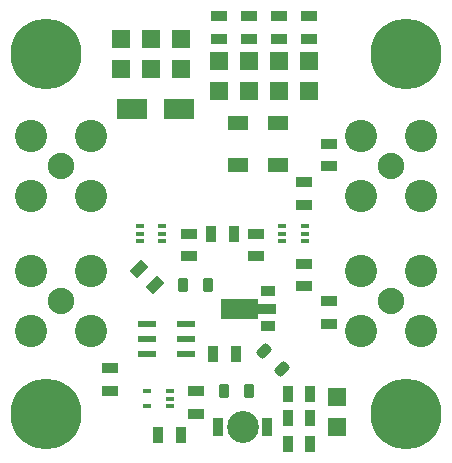
<source format=gbr>
%TF.GenerationSoftware,KiCad,Pcbnew,7.0.5.1-1-g8f565ef7f0-dirty-deb11*%
%TF.CreationDate,2023-07-06T01:27:55+00:00*%
%TF.ProjectId,RFSWITCH01,52465357-4954-4434-9830-312e6b696361,rev?*%
%TF.SameCoordinates,Original*%
%TF.FileFunction,Soldermask,Bot*%
%TF.FilePolarity,Negative*%
%FSLAX46Y46*%
G04 Gerber Fmt 4.6, Leading zero omitted, Abs format (unit mm)*
G04 Created by KiCad (PCBNEW 7.0.5.1-1-g8f565ef7f0-dirty-deb11) date 2023-07-06 01:27:55*
%MOMM*%
%LPD*%
G01*
G04 APERTURE LIST*
G04 Aperture macros list*
%AMRoundRect*
0 Rectangle with rounded corners*
0 $1 Rounding radius*
0 $2 $3 $4 $5 $6 $7 $8 $9 X,Y pos of 4 corners*
0 Add a 4 corners polygon primitive as box body*
4,1,4,$2,$3,$4,$5,$6,$7,$8,$9,$2,$3,0*
0 Add four circle primitives for the rounded corners*
1,1,$1+$1,$2,$3*
1,1,$1+$1,$4,$5*
1,1,$1+$1,$6,$7*
1,1,$1+$1,$8,$9*
0 Add four rect primitives between the rounded corners*
20,1,$1+$1,$2,$3,$4,$5,0*
20,1,$1+$1,$4,$5,$6,$7,0*
20,1,$1+$1,$6,$7,$8,$9,0*
20,1,$1+$1,$8,$9,$2,$3,0*%
%AMRotRect*
0 Rectangle, with rotation*
0 The origin of the aperture is its center*
0 $1 length*
0 $2 width*
0 $3 Rotation angle, in degrees counterclockwise*
0 Add horizontal line*
21,1,$1,$2,0,0,$3*%
%AMFreePoly0*
4,1,9,3.862500,-0.866500,0.737500,-0.866500,0.737500,-0.450000,-0.737500,-0.450000,-0.737500,0.450000,0.737500,0.450000,0.737500,0.866500,3.862500,0.866500,3.862500,-0.866500,3.862500,-0.866500,$1*%
G04 Aperture macros list end*
%ADD10R,1.524000X1.524000*%
%ADD11C,2.240000*%
%ADD12C,2.740000*%
%ADD13C,6.000000*%
%ADD14R,1.397000X0.889000*%
%ADD15R,2.500000X1.800000*%
%ADD16R,0.650000X0.400000*%
%ADD17R,1.300000X0.900000*%
%ADD18FreePoly0,180.000000*%
%ADD19R,1.700000X1.300000*%
%ADD20C,2.700000*%
%ADD21R,0.950000X1.500000*%
%ADD22R,0.889000X1.397000*%
%ADD23RoundRect,0.218750X0.424264X0.114905X0.114905X0.424264X-0.424264X-0.114905X-0.114905X-0.424264X0*%
%ADD24RoundRect,0.218750X-0.218750X-0.381250X0.218750X-0.381250X0.218750X0.381250X-0.218750X0.381250X0*%
%ADD25RotRect,0.889000X1.397000X135.000000*%
%ADD26R,1.500000X0.600000*%
%ADD27RoundRect,0.218750X0.218750X0.381250X-0.218750X0.381250X-0.218750X-0.381250X0.218750X-0.381250X0*%
G04 APERTURE END LIST*
D10*
%TO.C,J9*%
X153810000Y-80480000D03*
X153810000Y-77940000D03*
%TD*%
%TO.C,J5*%
X161430000Y-80480000D03*
X161430000Y-77940000D03*
%TD*%
%TO.C,J4*%
X158890000Y-80480000D03*
X158890000Y-77940000D03*
%TD*%
%TO.C,J6*%
X163843000Y-108928000D03*
X163843000Y-106388000D03*
%TD*%
D11*
%TO.C,J8*%
X168415000Y-98260000D03*
D12*
X165875000Y-95720000D03*
X165875000Y-100800000D03*
X170955000Y-95720000D03*
X170955000Y-100800000D03*
%TD*%
D13*
%TO.C,M3*%
X139205000Y-77305000D03*
%TD*%
D10*
%TO.C,J1*%
X145555000Y-78575000D03*
X145555000Y-76035000D03*
X148095000Y-78575000D03*
X148095000Y-76035000D03*
X150635000Y-78575000D03*
X150635000Y-76035000D03*
%TD*%
D13*
%TO.C,M4*%
X169685000Y-107785000D03*
%TD*%
D10*
%TO.C,J10*%
X156350000Y-80480000D03*
X156350000Y-77940000D03*
%TD*%
D11*
%TO.C,J2*%
X140475000Y-86830000D03*
D12*
X137935000Y-84290000D03*
X137935000Y-89370000D03*
X143015000Y-84290000D03*
X143015000Y-89370000D03*
%TD*%
D13*
%TO.C,M1*%
X169685000Y-77305000D03*
%TD*%
D11*
%TO.C,J7*%
X168415000Y-86830000D03*
D12*
X165875000Y-84290000D03*
X165875000Y-89370000D03*
X170955000Y-84290000D03*
X170955000Y-89370000D03*
%TD*%
D11*
%TO.C,J3*%
X140475000Y-98260000D03*
D12*
X137935000Y-95720000D03*
X137935000Y-100800000D03*
X143015000Y-95720000D03*
X143015000Y-100800000D03*
%TD*%
D13*
%TO.C,M2*%
X139205000Y-107785000D03*
%TD*%
D14*
%TO.C,L5*%
X163184595Y-100165000D03*
X163184595Y-98260000D03*
%TD*%
%TO.C,R5*%
X153810000Y-76035000D03*
X153810000Y-74130000D03*
%TD*%
D15*
%TO.C,D1*%
X146463300Y-81980673D03*
X150463300Y-81980673D03*
%TD*%
D16*
%TO.C,U4*%
X147145000Y-93195000D03*
X147145000Y-92545000D03*
X147145000Y-91895000D03*
X149045000Y-91895000D03*
X149045000Y-92545000D03*
X149045000Y-93195000D03*
%TD*%
D14*
%TO.C,C10*%
X156985000Y-92545000D03*
X156985000Y-94450000D03*
%TD*%
%TO.C,R3*%
X161430000Y-74130000D03*
X161430000Y-76035000D03*
%TD*%
D17*
%TO.C,U3*%
X158000000Y-97395000D03*
D18*
X157912500Y-98895000D03*
D17*
X158000000Y-100395000D03*
%TD*%
D14*
%TO.C,C1*%
X144640600Y-105841900D03*
X144640600Y-103936900D03*
%TD*%
D19*
%TO.C,D3*%
X155461000Y-83203000D03*
X155461000Y-86703000D03*
%TD*%
D16*
%TO.C,U1*%
X149680000Y-105865000D03*
X149680000Y-106515000D03*
X149680000Y-107165000D03*
X147780000Y-107165000D03*
X147780000Y-105865000D03*
%TD*%
D20*
%TO.C,D4*%
X155842000Y-108928000D03*
D21*
X157917000Y-108928000D03*
X153767000Y-108928000D03*
%TD*%
D14*
%TO.C,C9*%
X151270000Y-92545000D03*
X151270000Y-94450000D03*
%TD*%
D22*
%TO.C,C4*%
X159652000Y-106134000D03*
X161557000Y-106134000D03*
%TD*%
D23*
%TO.C,L2*%
X159158701Y-104017809D03*
X157656099Y-102515207D03*
%TD*%
D14*
%TO.C,C2*%
X151905000Y-105880000D03*
X151905000Y-107785000D03*
%TD*%
%TO.C,C6*%
X161054992Y-90075829D03*
X161054992Y-88170829D03*
%TD*%
%TO.C,L4*%
X163171639Y-84925000D03*
X163171639Y-86830000D03*
%TD*%
D24*
%TO.C,L1*%
X154225000Y-105880000D03*
X156350000Y-105880000D03*
%TD*%
D14*
%TO.C,R4*%
X156350000Y-74130000D03*
X156350000Y-76035000D03*
%TD*%
D25*
%TO.C,C8*%
X148412919Y-96876119D03*
X147065881Y-95529081D03*
%TD*%
D26*
%TO.C,FL1*%
X151015000Y-100165000D03*
X151015000Y-101435000D03*
X151015000Y-102705000D03*
X147715000Y-102705000D03*
X147715000Y-101435000D03*
X147715000Y-100165000D03*
%TD*%
D16*
%TO.C,U2*%
X161110000Y-91895000D03*
X161110000Y-92545000D03*
X161110000Y-93195000D03*
X159210000Y-93195000D03*
X159210000Y-92545000D03*
X159210000Y-91895000D03*
%TD*%
D22*
%TO.C,C3*%
X159652000Y-108166000D03*
X161557000Y-108166000D03*
%TD*%
D14*
%TO.C,R2*%
X158890000Y-76035000D03*
X158890000Y-74130000D03*
%TD*%
D22*
%TO.C,R6*%
X159652000Y-110325000D03*
X161557000Y-110325000D03*
%TD*%
%TO.C,L6*%
X153175000Y-92545000D03*
X155080000Y-92545000D03*
%TD*%
D14*
%TO.C,C7*%
X161066905Y-95071617D03*
X161066905Y-96976617D03*
%TD*%
D22*
%TO.C,C5*%
X153365500Y-102768500D03*
X155270500Y-102768500D03*
%TD*%
D19*
%TO.C,D2*%
X158871299Y-83186885D03*
X158871299Y-86686885D03*
%TD*%
D27*
%TO.C,L3*%
X152870200Y-96863000D03*
X150745200Y-96863000D03*
%TD*%
D22*
%TO.C,R1*%
X148673799Y-109613800D03*
X150578799Y-109613800D03*
%TD*%
M02*

</source>
